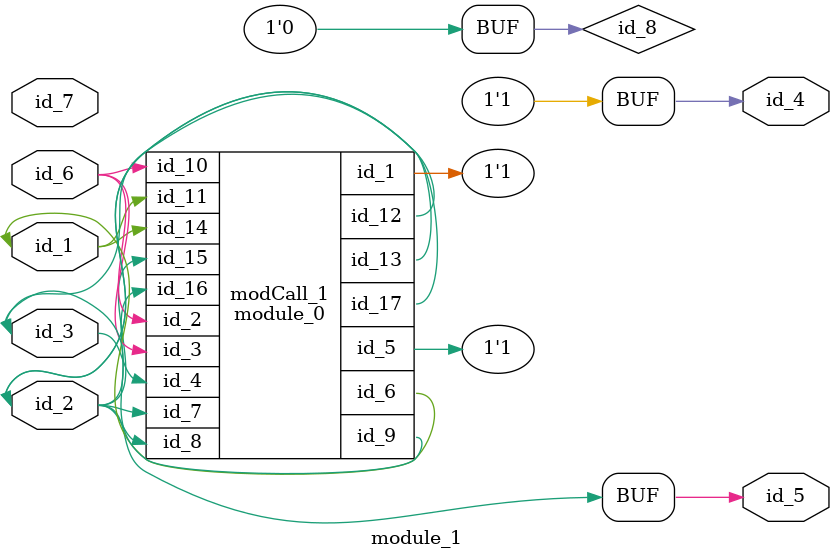
<source format=v>
module module_0 (
    id_1,
    id_2,
    id_3,
    id_4,
    id_5,
    id_6,
    id_7,
    id_8,
    id_9,
    id_10,
    id_11,
    id_12,
    id_13,
    id_14,
    id_15,
    id_16,
    id_17
);
  inout wire id_17;
  input wire id_16;
  input wire id_15;
  input wire id_14;
  output wire id_13;
  output wire id_12;
  input wire id_11;
  input wire id_10;
  output wire id_9;
  input wire id_8;
  input wire id_7;
  output wire id_6;
  output wire id_5;
  input wire id_4;
  input wire id_3;
  input wire id_2;
  output wire id_1;
endmodule
module module_1 (
    id_1,
    id_2,
    id_3,
    id_4,
    id_5,
    id_6,
    id_7
);
  inout wire id_7;
  input wire id_6;
  output wire id_5;
  output wire id_4;
  inout wire id_3;
  inout wire id_2;
  inout wire id_1;
  module_0 modCall_1 (
      id_4,
      id_6,
      id_6,
      id_3,
      id_4,
      id_1,
      id_2,
      id_2,
      id_3,
      id_6,
      id_1,
      id_3,
      id_5,
      id_1,
      id_2,
      id_2,
      id_2
  );
  supply0 id_8;
  assign id_5 = id_2;
  assign id_8 = ~id_6 == 1;
  wire id_9;
  assign id_4 = 1;
  wire id_10;
  assign id_7[1] = id_1;
  wire id_11;
  wire id_12;
endmodule

</source>
